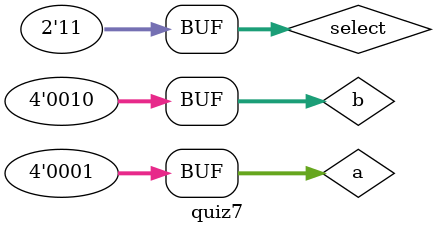
<source format=v>
`timescale 1ns/1ns

module quiz7;
reg [3:0] a, b;
reg [1:0] select;
wire [4:0] out;

ALU U0(a, b, select, out);

initial begin
	a = 2'b01; b = 2'b10;
	#10 select = 2'b00;
	#10 select = 2'b01;
	#10 select = 2'b10;
	#10 select = 2'b11;
end

endmodule
</source>
